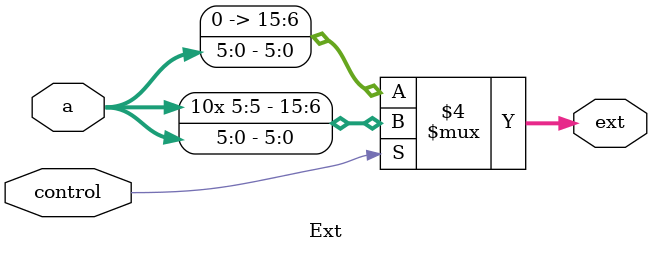
<source format=v>
module Ext (
    input [5:0] a,
    input control,
    output reg [15:0] ext
);

    always @(*) begin
        if (control == 1'b0) begin
            ext = {10'b0, a};
        end else begin
            ext = { {10{a[5]}}, a };
        end
    end

endmodule
</source>
